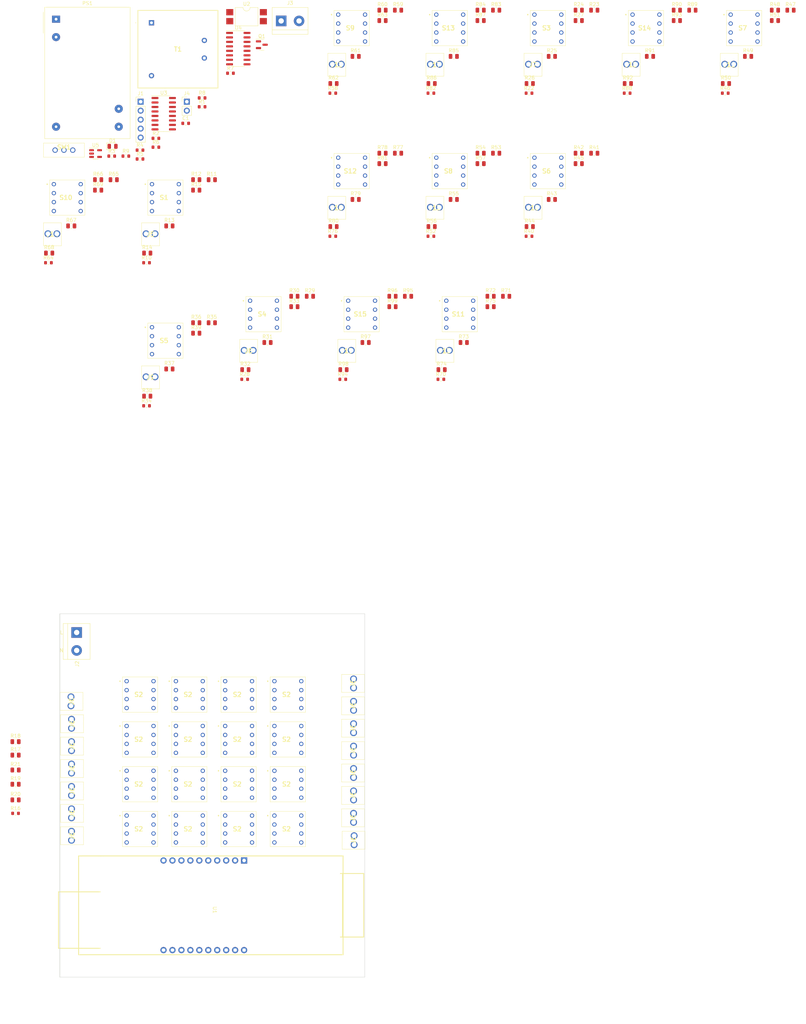
<source format=kicad_pcb>
(kicad_pcb (version 20211014) (generator pcbnew)
  (layers (0 "F.Cu" signal) (31 "B.Cu" signal) (34 "B.Paste" user) (35 "F.Paste" user) (36 "B.SilkS" user "B.Silkscreen") (37 "F.SilkS" user "F.Silkscreen") (38 "B.Mask" user) (39 "F.Mask" user) (44 "Edge.Cuts" user))
  (net 0 "")
  (net 1 "GND")
  (net 2 "+5V")
  (net 3 "+3V3")
  (net 4 "LINE")
  (net 5 "NEUT")
  (net 6 "Net-(U1-Pad11)")
  (net 7 "Net-(U1-Pad12)")
  (net 8 "Net-(U1-Pad13)")
  (net 14 "Net-(J3-Pad1)")
  (net 16 "Net-(U1-Pad16)")
  (net 19 "Net-(C1-Pad1)")
  (net 20 "Net-(D1-Pad1)")
  (net 21 "Net-(J1-Pad3)")
  (net 22 "Net-(J1-Pad4)")
  (net 23 "Net-(J1-Pad5)")
  (net 24 "Net-(J3-Pad2)")
  (net 25 "Net-(J4-Pad1)")
  (net 26 "/CT Sensor 1/ZERO")
  (net 27 "Net-(J5-Pad1)")
  (net 28 "Net-(J6-Pad1)")
  (net 29 "Net-(J7-Pad1)")
  (net 30 "Net-(J8-Pad1)")
  (net 31 "Net-(J9-Pad1)")
  (net 32 "Net-(J10-Pad1)")
  (net 33 "Net-(J11-Pad1)")
  (net 34 "Net-(J12-Pad1)")
  (net 35 "Net-(J13-Pad1)")
  (net 36 "Net-(J14-Pad1)")
  (net 37 "Net-(J15-Pad1)")
  (net 38 "Net-(J16-Pad1)")
  (net 39 "Net-(J17-Pad1)")
  (net 40 "Net-(J18-Pad1)")
  (net 41 "/CT Sensor 9/ZERO")
  (net 42 "Net-(J19-Pad1)")
  (net 44 "Net-(PS1-Pad1)")
  (net 45 "Net-(Q1-Pad1)")
  (net 46 "Net-(Q1-Pad3)")
  (net 47 "Net-(R6-Pad2)")
  (net 48 "Net-(R7-Pad1)")
  (net 49 "Net-(R7-Pad2)")
  (net 50 "/CT1")
  (net 51 "Net-(R11-Pad2)")
  (net 52 "Net-(R12-Pad2)")
  (net 53 "Net-(R13-Pad2)")
  (net 54 "Net-(R14-Pad2)")
  (net 55 "Net-(R15-Pad2)")
  (net 56 "/CT2")
  (net 57 "Net-(R17-Pad2)")
  (net 58 "Net-(R18-Pad2)")
  (net 59 "Net-(R19-Pad2)")
  (net 60 "Net-(R20-Pad2)")
  (net 61 "Net-(R21-Pad2)")
  (net 62 "/CT3")
  (net 63 "Net-(R23-Pad2)")
  (net 64 "Net-(R24-Pad2)")
  (net 65 "Net-(R25-Pad2)")
  (net 66 "Net-(R26-Pad2)")
  (net 67 "Net-(R27-Pad2)")
  (net 68 "/CT4")
  (net 69 "Net-(R29-Pad2)")
  (net 70 "Net-(R30-Pad2)")
  (net 71 "Net-(R31-Pad2)")
  (net 72 "Net-(R32-Pad2)")
  (net 73 "Net-(R33-Pad2)")
  (net 74 "/CT5")
  (net 75 "Net-(R35-Pad2)")
  (net 76 "Net-(R36-Pad2)")
  (net 77 "Net-(R37-Pad2)")
  (net 78 "Net-(R38-Pad2)")
  (net 79 "Net-(R39-Pad2)")
  (net 80 "/CT6")
  (net 81 "Net-(R41-Pad2)")
  (net 82 "Net-(R42-Pad2)")
  (net 83 "Net-(R43-Pad2)")
  (net 84 "Net-(R44-Pad2)")
  (net 85 "Net-(R45-Pad2)")
  (net 86 "/CT7")
  (net 87 "Net-(R47-Pad2)")
  (net 88 "Net-(R48-Pad2)")
  (net 89 "Net-(R49-Pad2)")
  (net 90 "Net-(R50-Pad2)")
  (net 91 "Net-(R51-Pad2)")
  (net 92 "/CT8")
  (net 93 "Net-(R53-Pad2)")
  (net 94 "Net-(R54-Pad2)")
  (net 95 "Net-(R55-Pad2)")
  (net 96 "Net-(R56-Pad2)")
  (net 97 "Net-(R57-Pad2)")
  (net 98 "/CT14")
  (net 99 "Net-(R59-Pad2)")
  (net 100 "Net-(R60-Pad2)")
  (net 101 "Net-(R61-Pad2)")
  (net 102 "Net-(R62-Pad2)")
  (net 103 "Net-(R63-Pad2)")
  (net 104 "/CT10")
  (net 105 "Net-(R65-Pad2)")
  (net 106 "Net-(R66-Pad2)")
  (net 107 "Net-(R67-Pad2)")
  (net 108 "Net-(R68-Pad2)")
  (net 109 "Net-(R69-Pad2)")
  (net 110 "/CT11")
  (net 111 "Net-(R71-Pad2)")
  (net 112 "Net-(R72-Pad2)")
  (net 113 "Net-(R73-Pad2)")
  (net 114 "Net-(R74-Pad2)")
  (net 115 "Net-(R75-Pad2)")
  (net 116 "/CT13")
  (net 117 "Net-(R77-Pad2)")
  (net 118 "Net-(R78-Pad2)")
  (net 119 "Net-(R79-Pad2)")
  (net 120 "Net-(R80-Pad2)")
  (net 121 "Net-(R81-Pad2)")
  (net 122 "/CT12")
  (net 123 "Net-(R83-Pad2)")
  (net 124 "Net-(R84-Pad2)")
  (net 125 "Net-(R85-Pad2)")
  (net 126 "Net-(R86-Pad2)")
  (net 127 "Net-(R87-Pad2)")
  (net 128 "/CT Sensor 9/SENSE")
  (net 129 "Net-(R89-Pad2)")
  (net 130 "Net-(R90-Pad2)")
  (net 131 "Net-(R91-Pad2)")
  (net 132 "Net-(R92-Pad2)")
  (net 133 "Net-(R93-Pad2)")
  (net 134 "/CT15")
  (net 135 "Net-(R95-Pad2)")
  (net 136 "Net-(R96-Pad2)")
  (net 137 "Net-(R97-Pad2)")
  (net 138 "Net-(R98-Pad2)")
  (net 139 "Net-(R99-Pad2)")
  (net 156 "Net-(U1-Pad15)")
  (net 157 "/CT9")
  (footprint "Resistor_SMD:R_0805_2012Metric" (layer "F.Cu") (at 138.255 -66.17)
    (fp_text reference "R13")
    (fp_text value "100Ω/0.5W")
  )
  (footprint "mylife-footprints:RS PRO SS-10-15SPE" (layer "F.Cu") (at 157.48 92.075)
    (fp_text reference "S2")
    (fp_text value "SS-10-15SPE" hide)
  )
  (footprint "Resistor_SMD:R_0805_2012Metric" (layer "F.Cu") (at 110.425 -66.17)
    (fp_text reference "R67")
    (fp_text value "100Ω/0.5W")
  )
  (footprint "mylife-footprints:RS PRO Terminal Small x2" (layer "F.Cu") (at 240.13 -71.455)
    (fp_text reference "J10")
    (fp_text value "Screw_Terminal_01x02" hide)
  )
  (footprint "Resistor_SMD:R_0603_1608Metric" (layer "F.Cu") (at 187.435 -22.7)
    (fp_text reference "R94")
    (fp_text value "1KΩ")
  )
  (footprint "Resistor_SMD:R_0805_2012Metric" (layer "F.Cu") (at 215.465 -25.43)
    (fp_text reference "R74")
    (fp_text value "62Ω/0.5W")
  )
  (footprint "Resistor_SMD:R_0805_2012Metric" (layer "F.Cu") (at 302.405 -114.23)
    (fp_text reference "R49")
    (fp_text value "100Ω/0.5W")
  )
  (footprint "Resistor_SMD:R_0805_2012Metric" (layer "F.Cu") (at 246.745 -73.68)
    (fp_text reference "R43")
    (fp_text value "100Ω/0.5W")
  )
  (footprint "Resistor_SMD:R_0805_2012Metric" (layer "F.Cu") (at 150.285 -38.72)
    (fp_text reference "R35")
    (fp_text value "200Ω/0.5W")
  )
  (footprint "mylife-footprints:RS PRO Terminal Small x2" (layer "F.Cu") (at 215.13 -30.905)
    (fp_text reference "J15")
    (fp_text value "Screw_Terminal_01x02" hide)
  )
  (footprint "Diode_SMD:D_0805_2012Metric" (layer "F.Cu") (at 122.135 -88.735)
    (fp_text reference "D1")
    (fp_text value "LED")
  )
  (footprint "Resistor_SMD:R_0805_2012Metric" (layer "F.Cu") (at 296.125 -106.53)
    (fp_text reference "R50")
    (fp_text value "62Ω/0.5W")
  )
  (footprint "mylife-footprints:RS PRO SS-10-15SPE" (layer "F.Cu") (at 220.21 -41.155)
    (fp_text reference "S11")
    (fp_text value "SS-10-15SPE" hide)
  )
  (footprint "Resistor_SMD:R_0805_2012Metric" (layer "F.Cu") (at 193.915 -33.13)
    (fp_text reference "R97")
    (fp_text value "100Ω/0.5W")
  )
  (footprint "Resistor_SMD:R_0805_2012Metric" (layer "F.Cu") (at 198.705 -86.78)
    (fp_text reference "R78")
    (fp_text value "120Ω/0.5W")
  )
  (footprint "Resistor_SMD:R_0805_2012Metric" (layer "F.Cu") (at 254.365 -127.33)
    (fp_text reference "R24")
    (fp_text value "120Ω/0.5W")
  )
  (footprint "Resistor_SMD:R_0805_2012Metric" (layer "F.Cu") (at 268.295 -106.53)
    (fp_text reference "R92")
    (fp_text value "62Ω/0.5W")
  )
  (footprint "mylife-footprints:RS PRO Terminal Small x2" (layer "F.Cu") (at 131.64 -63.945)
    (fp_text reference "J5")
    (fp_text value "Screw_Terminal_01x02" hide)
  )
  (footprint "mylife-footprints:RS PRO SS-10-15SPE" (layer "F.Cu") (at 108.89 -74.195)
    (fp_text reference "S10")
    (fp_text value "SS-10-15SPE" hide)
  )
  (footprint "Resistor_SMD:R_0805_2012Metric" (layer "F.Cu") (at 246.745 -114.23)
    (fp_text reference "R25")
    (fp_text value "100Ω/0.5W")
  )
  (footprint "mylife-footprints:RS PRO SS-10-15SPE" (layer "F.Cu") (at 129.54 66.675)
    (fp_text reference "S2")
    (fp_text value "SS-10-15SPE" hide)
  )
  (footprint "mylife-footprints:RS PRO Switch MFP161D" (layer "F.Cu") (at 105.84 -87.655)
    (fp_text reference "SW1")
    (fp_text value "SW_DPDT_x2" hide)
  )
  (footprint "mylife-footprints:RS PRO SS-10-15SPE" (layer "F.Cu") (at 136.72 -74.195)
    (fp_text reference "S1")
    (fp_text value "SS-10-15SPE" hide)
  )
  (footprint "mylife-footprints:RS PRO SS-10-15SPE" (layer "F.Cu") (at 300.87 -122.255)
    (fp_text reference "S7")
    (fp_text value "SS-10-15SPE" hide)
  )
  (footprint "mylife-footprints:RS PRO SS-10-15SPE" (layer "F.Cu") (at 217.38 -122.255)
    (fp_text reference "S13")
    (fp_text value "SS-10-15SPE" hide)
  )
  (footprint "mylife-footprints:RS PRO SS-10-15SPE" (layer "F.Cu") (at 129.54 92.075)
    (fp_text reference "S2")
    (fp_text value "SS-10-15SPE" hide)
  )
  (footprint "mylife-footprints:RS PRO SS-10-15SPE" (layer "F.Cu") (at 129.54 79.375)
    (fp_text reference "S2")
    (fp_text value "SS-10-15SPE" hide)
  )
  (footprint "Resistor_SMD:R_0805_2012Metric" (layer "F.Cu") (at 258.775 -127.33)
    (fp_text reference "R23")
    (fp_text value "200Ω/0.5W")
  )
  (footprint "Resistor_SMD:R_0805_2012Metric" (layer "F.Cu") (at 286.605 -127.33)
    (fp_text reference "R89")
    (fp_text value "200Ω/0.5W")
  )
  (footprint "Resistor_SMD:R_0805_2012Metric" (layer "F.Cu") (at 159.805 -25.43)
    (fp_text reference "R32")
    (fp_text value "62Ω/0.5W")
  )
  (footprint "Resistor_SMD:R_0603_1608Metric" (layer "F.Cu") (at 125.905 -85.96)
    (fp_text reference "R9")
    (fp_text value "12KΩ")
  )
  (footprint "Resistor_SMD:R_0603_1608Metric" (layer "F.Cu") (at 121.895 -85.96)
    (fp_text reference "R3")
    (fp_text value "3.3KΩ")
  )
  (footprint "Resistor_SMD:R_0603_1608Metric" (layer "F.Cu") (at 240.265 -103.8)
    (fp_text reference "R22")
    (fp_text value "1KΩ")
  )
  (footprint "Resistor_SMD:R_0805_2012Metric" (layer "F.Cu") (at 145.875 -38.72)
    (fp_text reference "R36")
    (fp_text value "120Ω/0.5W")
  )
  (footprint "mylife-footprints:RS PRO Terminal Small x2" (layer "F.Cu") (at 110.34 69.85 90)
    (fp_text reference "J6")
    (fp_text value "Screw_Terminal_01x02" hide)
  )
  (footprint "TerminalBlock:TerminalBlock_bornier-2_P5.08mm" (layer "F.Cu") (at 111.95 49.07 -90)
    (fp_text reference "J2")
    (fp_text value "Screw_Terminal_01x02")
  )
  (footprint "Resistor_SMD:R_0805_2012Metric" (layer "F.Cu") (at 191.085 -114.23)
    (fp_text reference "R61")
    (fp_text value "100Ω/0.5W")
  )
  (footprint "mylife-footprints:RS PRO SS-10-15SPE" (layer "F.Cu") (at 171.45 66.675)
    (fp_text reference "S2")
    (fp_text value "SS-10-15SPE" hide)
  )
  (footprint "Resistor_SMD:R_0805_2012Metric" (layer "F.Cu") (at 314.435 -127.33)
    (fp_text reference "R47")
    (fp_text value "200Ω/0.5W")
  )
  (footprint "mylife-footprints:RS PRO Terminal Small x2" (layer "F.Cu") (at 159.47 -30.905)
    (fp_text reference "J8")
    (fp_text value "Screw_Terminal_01x02" hide)
  )
  (footprint "mylife-footprints:RS PRO SS-10-15SPE" (layer "F.Cu") (at 245.21 -122.255)
    (fp_text reference "S3")
    (fp_text value "SS-10-15SPE" hide)
  )
  (footprint "Resistor_SMD:R_0805_2012Metric" (layer "F.Cu") (at 184.805 -65.98)
    (fp_text reference "R80")
    (fp_text value "62Ω/0.5W")
  )
  (footprint "mylife-footprints:RS PRO Terminal Small x2" (layer "F.Cu") (at 184.47 -112.005)
    (fp_text reference "J13")
    (fp_text value "Screw_Terminal_01x02" hide)
  )
  (footprint "Resistor_SMD:R_0805_2012Metric" (layer "F.Cu") (at 94.615 83.82)
    (fp_text reference "R17")
    (fp_text value "200Ω/0.5W")
  )
  (footprint "Resistor_SMD:R_0805_2012Metric" (layer "F.Cu") (at 145.875 -76.32)
    (fp_text reference "R15")
    (fp_text value "33Ω/0.5W")
  )
  (footprint "Resistor_SMD:R_0805_2012Metric" (layer "F.Cu") (at 131.975 -17.92)
    (fp_text reference "R38")
    (fp_text value "62Ω/0.5W")
  )
  (footprint "Connector_PinHeader_2.54mm:PinHeader_1x02_P2.54mm_Vertical" (layer "F.Cu") (at 143.195 -101.38)
    (fp_text reference "J4")
    (fp_text value "Conn_01x02_Male")
  )
  (footprint "mylife-footprints:RS PRO SS-10-15SPE" (layer "F.Cu") (at 143.51 79.375)
    (fp_text reference "S2")
    (fp_text value "SS-10-15SPE" hide)
  )
  (footprint "Resistor_SMD:R_0805_2012Metric" (layer "F.Cu") (at 282.195 -124.38)
    (fp_text reference "R93")
    (fp_text value "33Ω/0.5W")
  )
  (footprint "Resistor_SMD:R_0805_2012Metric" (layer "F.Cu") (at 282.195 -127.33)
    (fp_text reference "R90")
    (fp_text value "120Ω/0.5W")
  )
  (footprint "Resistor_SMD:R_0805_2012Metric" (layer "F.Cu") (at 131.975 -58.47)
    (fp_text reference "R14")
    (fp_text value "62Ω/0.5W")
  )
  (footprint "mylife-footprints:RS PRO Terminal Small x2" (layer "F.Cu") (at 295.79 -112.005)
    (fp_text reference "J11")
    (fp_text value "Screw_Terminal_01x02" hide)
  )
  (footprint "mylife-footprints:RS PRO Terminal Small x2" (layer "F.Cu") (at 190.5 62.23 -90)
    (fp_text reference "J6")
    (fp_text value "Screw_Terminal_01x02" hide)
  )
  (footprint "Resistor_SMD:R_0805_2012Metric" (layer "F.Cu") (at 118.045 -79.27)
    (fp_text reference "R66")
    (fp_text value "120Ω/0.5W")
  )
  (footprint "mylife-footprints:RS PRO SS-10-15SPE" (layer "F.Cu") (at 164.55 -41.155)
    (fp_text reference "S4")
    (fp_text value "SS-10-15SPE" hide)
  )
  (footprint "Resistor_SMD:R_0603_1608Metric" (layer "F.Cu") (at 147.525 -102.45)
    (fp_text reference "R8")
    (fp_text value "100KΩ")
  )
  (footprint "mylife-footprints:RS PRO Terminal Small x2" (layer "F.Cu") (at 240.13 -112.005)
    (fp_text reference "J7")
    (fp_text value "Screw_Terminal_01x02" hide)
  )
  (footprint "Resistor_SMD:R_0603_1608Metric" (layer "F.Cu") (at 215.265 -22.7)
    (fp_text reference "R70")
    (fp_text value "1KΩ")
  )
  (footprint "Connector_PinHeader_2.54mm:PinHeader_1x05_P2.54mm_Vertical" (layer "F.Cu") (at 130.095 -101.38)
    (fp_text reference "J1")
    (fp_text value "Conn_01x05_Male")
  )
  (footprint "Resistor_SMD:R_0805_2012Metric" (layer "F.Cu") (at 94.615 96.52)
    (fp_text reference "R20")
    (fp_text value "62Ω/0.5W")
  )
  (footprint "Resistor_SMD:R_0805_2012Metric" (layer "F.Cu") (at 226.535 -83.83)
    (fp_text reference "R57")
    (fp_text value "33Ω/0.5W")
  )
  (footprint "mylife-footprints:RS PRO Terminal Small x2" (layer "F.Cu") (at 131.64 -23.395)
    (fp_text reference "J9")
    (fp_text value "Screw_Terminal_01x02" hide)
  )
  (footprint "Resistor_SMD:R_0603_1608Metric" (layer "F.Cu") (at 268.095 -103.8)
    (fp_text reference "R88")
    (fp_text value "1KΩ")
  )
  (footprint "mylife-footprints:RS PRO SS-10-15SPE" (layer "F.Cu") (at 143.51 92.075)
    (fp_text reference "S2")
    (fp_text value "SS-10-15SPE" hide)
  )
  (footprint "Resistor_SMD:R_0805_2012Metric" (layer "F.Cu") (at 203.115 -127.33)
    (fp_text reference "R59")
    (fp_text value "200Ω/0.5W")
  )
  (footprint "Resistor_SMD:R_0805_2012Metric" (layer "F.Cu") (at 221.745 -33.13)
    (fp_text reference "R73")
    (fp_text value "100Ω/0.5W")
  )
  (footprint "mylife-footprints:RS PRO SS-10-15SPE" (layer "F.Cu") (at 143.51 104.775)
    (fp_text reference "S2")
    (fp_text value "SS-10-15SPE" hide)
  )
  (footprint "mylife-footprints:RS PRO SS-10-15SPE" (layer "F.Cu") (at 245.21 -81.705)
    (fp_text reference "S6")
    (fp_text value "SS-10-15SPE" hide)
  )
  (footprint "Resistor_SMD:R_0805_2012Metric" (layer "F.Cu") (at 138.255 -25.62)
    (fp_text reference "R37")
    (fp_text value "100Ω/0.5W")
  )
  (footprint "Resistor_SMD:R_0603_1608Metric" (layer "F.Cu") (at 212.435 -63.25)
    (fp_text reference "R52")
    (fp_text value "1KΩ")
  )
  (footprint "Resistor_SMD:R_0603_1608Metric" (layer "F.Cu") (at 155.575 -109.45)
    (fp_text reference "R7")
    (fp_text value "1KΩ")
  )
  (footprint "Package_TO_SOT_SMD:SOT-23" (layer "F.Cu") (at 164.465 -117.53)
    (fp_text reference "Q1")
    (fp_text value "BSS138")
  )
  (footprint "mylife-footprints:RS PRO SS-10-15SPE" (layer "F.Cu") (at 189.55 -122.255)
    (fp_text reference "S9")
    (fp_text value "SS-10-15SPE" hide)
  )
  (footprint "mylife-footprints:RS PRO SS-10-15SPE" (layer "F.Cu") (at 189.55 -81.705)
    (fp_text reference "S12")
    (fp_text value "SS-10-15SPE" hide)
  )
  (footprint "Resistor_SMD:R_0603_1608Metric" (layer "F.Cu") (at 134.425 -88.49)
    (fp_text reference "R6")
    (fp_text value "220Ω")
  )
  (footprint "Resistor_SMD:R_0805_2012Metric" (layer "F.Cu") (at 184.805 -106.53)
    (fp_text reference "R62")
    (fp_text value "62Ω/0.5W")
  )
  (footprint "mylife-footprints:RS PRO SS-10-15SPE" (layer "F.Cu") (at 192.38 -41.155)
    (fp_text reference "S15")
    (fp_text value "SS-10-15SPE" hide)
  )
  (footprint "Resistor_SMD:R_0805_2012Metric" (layer "F.Cu") (at 205.945 -46.23)
    (fp_text reference "R95")
    (fp_text value "200Ω/0.5W")
  )
  (footprint "Resistor_SMD:R_0805_2012Metric" (layer "F.Cu") (at 150.285 -79.27)
    (fp_text reference "R11")
    (fp_text value "200Ω/0.5W")
  )
  (footprint "Resistor_SMD:R_0805_2012Metric" (layer "F.Cu") (at 310.025 -127.33)
    (fp_text reference "R48")
    (fp_text value "120Ω/0.5W")
  )
  (footprint "Resistor_SMD:R_0805_2012Metric" (layer "F.Cu") (at 94.615 80.01)
    (fp_text reference "R18")
    (fp_text value "120Ω/0.5W")
  )
  (footprint "Resistor_SMD:R_0805_2012Metric" (layer "F.Cu") (at 274.575 -114.23)
    (fp_text reference "R91")
    (fp_text value "100Ω/0.5W")
  )
  (footprint "Resistor_SMD:R_0805_2012Metric" (layer "F.Cu") (at 254.365 -83.83)
    (fp_text reference "R45")
    (fp_text value "33Ω/0.5W")
  )
  (footprint "mylife-footprints:RS PRO SS-10-15SPE" (layer "F.Cu") (at 171.45 92.075)
    (fp_text reference "S2")
    (fp_text value "SS-10-15SPE" hide)
  )
  (footprint "Resistor_SMD:R_0805_2012Metric" (layer "F.Cu") (at 254.365 -86.78)
    (fp_text reference "R42")
    (fp_text value "120Ω/0.5W")
  )
  (footprint "Package_SO:SOIC-16_3.9x9.9mm_P1.27mm" (layer "F.Cu") (at 136.645 -97.98)
    (fp_text reference "U3")
    (fp_text value "MCP3208")
  )
  (footprint "mylife-footprints:RS PRO Terminal Small x2" (layer "F.Cu") (at 190.5 87.63 -90)
    (fp_text reference "J6")
    (fp_text value "Screw_Terminal_01x02" hide)
  )
  (footprint "Resistor_SMD:R_0805_2012Metric" (layer "F.Cu") (at 218.915 -114.23)
    (fp_text reference "R85")
    (fp_text value "100Ω/0.5W")
  )
  (footprint "Resistor_SMD:R_0603_1608Metric" (layer "F.Cu") (at 94.615 100.33)
    (fp_text reference "R16")
    (fp_text value "1KΩ")
  )
  (footprint "mylife-footprints:RS PRO Terminal Small x2" (layer "F.Cu") (at 212.3 -71.455)
    (fp_text reference "J12")
    (fp_text value "Screw_Terminal_01x02" hide)
  )
  (footprint "Resistor_SMD:R_0805_2012Metric" (layer "F.Cu") (at 203.115 -86.78)
    (fp_text reference "R77")
    (fp_text value "200Ω/0.5W")
  )
  (footprint "Resistor_SMD:R_0805_2012Metric" (layer "F.Cu") (at 145.875 -79.27)
    (fp_text reference "R12")
    (fp_text value "120Ω/0.5W")
  )
  (footprint "Converter_ACDC:Converter_ACDC_MeanWell_IRM-03-xx_THT" (layer "F.Cu") (at 106.11 -124.77)
    (fp_text reference "PS1")
    (fp_text value "Alim RS PRO 5V 1A")
  )
  (footprint "Resistor_SMD:R_0603_1608Metric" (layer "F.Cu") (at 240.265 -63.25)
    (fp_text reference "R40")
    (fp_text value "1KΩ")
  )
  (footprint "Package_SO:SOIC-16_3.9x9.9mm_P1.27mm" (layer "F.Cu") (at 157.795 -116.43)
    (fp_text reference "U4")
    (fp_text value "MCP3208")
  )
  (footprint "Resistor_SMD:R_0805_2012Metric" (layer "F.Cu") (at 218.915 -73.68)
    (fp_text reference "R55")
    (fp_text value "100Ω/0.5W")
  )
  (footprint "Resistor_SMD:R_0603_1608Metric" (layer "F.Cu") (at 131.775 -55.74)
    (fp_text reference "R10")
    (fp_text value "1KΩ")
  )
  (footprint "mylife-footprints:RS PRO Terminal Small x2" (layer "F.Cu") (at 110.49 76.2 90)
    (fp_text reference "J6")
    (fp_text value "Screw_Terminal_01x02" hide)
  )
  (footprint "Resistor_SMD:R_0805_2012Metric" (layer "F.Cu") (at 166.085 -33.13)
    (fp_text reference "R31")
    (fp_text value "100Ω/0.5W")
  )
  (footprint "Resistor_SMD:R_0805_2012Metric" (layer "F.Cu") (at 198.705 -124.38)
    (fp_text reference "R63")
    (fp_text value "33Ω/0.5W")
  )
  (footprint "Resistor_SMD:R_0603_1608Metric" (layer "F.Cu") (at 184.605 -103.8)
    (fp_text reference "R58")
    (fp_text value "1KΩ")
  )
  (footprint "mylife-footprints:RS PRO Terminal Small x2" (layer "F.Cu") (at 190.5 93.98 -90)
    (fp_text reference "J6")
    (fp_text value "Screw_Terminal_01x02" hide)
  )
  (footprint "mylife-footprints:RS PRO SS-10-15SPE" (layer "F.Cu") (at 273.04 -122.255)
    (fp_text reference "S14")
    (fp_text value "SS-10-15SPE" hide)
  )
  (footprint "Resistor_SMD:R_0805_2012Metric" (layer "F.Cu") (at 201.535 -43.28)
    (fp_text reference "R99")
    (fp_text value "33Ω/0.5W")
  )
  (footprint "Resistor_SMD:R_0805_2012Metric" (layer "F.Cu") (at 226.535 -127.33)
    (fp_text reference "R84")
    (fp_text value "120Ω/0.5W")
  )
  (footprint "Resistor_SMD:R_0805_2012Metric" (layer "F.Cu") (at 201.535 -46.23)
    (fp_text reference "R96")
    (fp_text value "120Ω/0.5W")
  )
  (footprint "Resistor_SMD:R_0805_2012Metric" (layer "F.Cu") (at 229.365 -43.28)
    (fp_text reference "R75")
    (fp_text value "33Ω/0.5W")
  )
  (footprint "mylife-footprints:RS PRO SS-10-15SPE" (layer "F.Cu") (at 143.51 66.675)
    (fp_text reference "S2")
    (fp_text value "SS-10-15SPE" hide)
  )
  (footprint "mylife-footprints:RS PRO Terminal Small x2" (layer "F.Cu") (at 110.49 95.25 90)
    (fp_text reference "J6")
    (fp_text value "Screw_Terminal_01x02" hide)
  )
  (footprint "mylife-footprints:RS PRO Terminal Small x2" (layer "F.Cu") (at 110.49 88.9 90)
    (fp_text reference "J6")
    (fp_text value "Screw_Terminal_01x02" hide)
  )
  (footprint "mylife-footprints:RS PRO Terminal Small x2" (layer "F.Cu") (at 190.5 81.28 -90)
    (fp_text reference "J6")
    (fp_text value "Screw_Terminal_01x02" hide)
  )
  (footprint "mylife-footprints:RS PRO SS-10-15SPE" (layer "F.Cu") (at 171.45 79.375)
    (fp_text reference "S2")
    (fp_text value "SS-10-15SPE" hide)
  )
  (footprint "Resistor_SMD:R_0805_2012Metric" (layer "F.Cu") (at 173.705 -43.28)
    (fp_text reference "R33")
    (fp_text value "33Ω/0.5W")
  )
  (footprint "mylife-footprints:RS PRO Terminal Small x2" (layer "F.Cu") (at 110.49 101.6 90)
    (fp_text reference "J6")
    (fp_text value "Screw_Terminal_01x02" hide)
  )
  (footprint "Resistor_SMD:R_0805_2012Metric" (layer "F.Cu") (at 94.615 88.045)
    (fp_text reference "R21")
    (fp_text value "33Ω/0.5W")
  )
  (footprint "Resistor_SMD:R_0805_2012Metric" (layer "F.Cu") (at 187.635 -25.43)
    (fp_text reference "R98")
    (fp_text value "62Ω/0.5W")
  )
  (footprint "mylife-footprints:RS PRO SS-10-15SPE" (layer "F.Cu") (at 157.48 79.375)
    (fp_text reference "S2")
    (fp_text value "SS-10-15SPE" hide)
  )
  (footprint "mylife-footprints:RS PRO Terminal Small x2" (layer "F.Cu") (at 212.3 -112.005)
    (fp_text reference "J17")
    (fp_text value "Screw_Terminal_01x02" hide)
  )
  (footprint "Resistor_SMD:R_0805_2012Metric" (layer "F.Cu") (at 258.775 -86.78)
    (fp_text reference "R41")
    (fp_text value "200Ω/0.5W")
  )
  (footprint "TerminalBlock:TerminalBlock_bornier-2_P5.08mm" (layer "F.Cu") (at 169.955 -124.28)
    (fp_text reference "J3")
    (fp_text value "Screw_Terminal_01x02")
  )
  (footprint "Resistor_SMD:R_0603_1608Metric" (layer "F.Cu") (at 159.605 -22.7)
    (fp_text reference "R28")
    (fp_text value "1KΩ")
  )
  (footprint "Resistor_SMD:R_0805_2012Metric" (layer "F.Cu") (at 104.145 -58.47)
    (fp_text reference "R68")
    (fp_text value "62Ω/0.5W")
  )
  (footprint "Resistor_SMD:R_0603_1608Metric" (layer "F.Cu") (at 131.775 -15.19)
    (fp_text reference "R34")
    (fp_text value "1KΩ")
  )
  (footprint "Resistor_SMD:R_0603_1608Metric" (layer "F.Cu") (at 147.525 -99.94)
    (fp_text reference "R1")
    (fp_text value "1KΩ")
  )
  (footprint "mylife-footprints:RS PRO SS-10-15SPE" (layer "F.Cu") (at 217.38 -81.705)
    (fp_text reference "S8")
    (fp_text value "SS-10-15SPE" hide)
  )
  (footprint "Resistor_SMD:R_0805_2012Metric" (layer "F.Cu") (at 178.115 -46.23)
    (fp_text reference "R29")
    (fp_text value "200Ω/0.5W")
  )
  (footprint "mylife-footprints:RS PRO Terminal Small x2" (layer "F.Cu") (at 110.49 107.95 90)
    (fp_text reference "J6")
    (fp_text value "Screw_Terminal_01x02" hide)
  )
  (footprint "mylife-footprints:RS PRO Terminal Small x2" (layer "F.Cu") (at 267.96 -112.005)
    (fp_text reference "J18")
    (fp_text value "Screw_Terminal_01x02" hide)
  )
  (footprint "mylife-footprints:ESP32-POE" (layer "F.Cu") (at 149.415 126.43 -90)
    (fp_text reference "U1")
    (fp_text value "ESP32-POE")
  )
  (footprint "Resistor_SMD:R_0805_2012Metric" (layer "F.Cu") (at 198.705 -127.33)
    (fp_text reference "R60")
    (fp_text value "120Ω/0.5W")
  )
  (footprint "mylife-footprints:RS PRO Terminal Small x2" (layer "F.Cu") (at 110.49 82.55 90)
    (fp_text reference "J6")
    (fp_text value "Screw_Terminal_01x02" hide)
  )
  (footprint "Resistor_SMD:R_0603_1608Metric" (layer "F.Cu") (at 295.925 -103.8)
    (fp_text reference "R46")
    (fp_text value "1KΩ")
  )
  (footprint "Resistor_SMD:R_0805_2012Metric" (layer "F.Cu") (at 198.705 -83.83)
    (fp_text reference "R81")
    (fp_text value "33Ω/0.5W")
  )
  (footprint "Resistor_SMD:R_0603_1608Metric" (layer "F.Cu") (at 142.875 -95.25)
    (fp_text reference "C1")
    (fp_text value "1uF/6V")
  )
  (footprint "Resistor_SMD:R_0805_2012Metric" (layer "F.Cu") (at 310.025 -124.38)
    (fp_text reference "R51")
    (fp_text value "33Ω/0.5W")
  )
  (footprint "mylife-footprints:RS PRO SS-10-15SPE" (layer "F.Cu") (at 129.54 104.775)
    (fp_text reference "S2")
    (fp_text value "SS-10-15SPE" hide)
  )
  (footprint "Resistor_SMD:R_0805_2012Metric" (layer "F.Cu") (at 230.945 -127.33)
    (fp_text reference "R83")
    (fp_text value "200Ω/0.5W")
  )
  (footprint "Resistor_SMD:R_0805_2012Metric" (layer "F.Cu") (at 240.465 -106.53)
    (fp_text reference "R26")
    (fp_text value "62Ω/0.5W")
  )
  (footprint "Package_DIP:SMDIP-4_W9.53mm" (layer "F.Cu") (at 160.145 -125.48)
    (fp_text reference "U2")
    (fp_text value "LTV-814")
  )
  (footprint "mylife-footprints:RS PRO Terminal Small x2" (layer "F.Cu") (at 190.65 106.68 -90)
    (fp_text reference "J6")
    (fp_text value "Screw_Terminal_01x02" hide)
  )
  (footprint "Resistor_SMD:R_0603_1608Metric" (layer "F.Cu") (at 129.915 -85.14)
    (fp_text reference "R5")
    (fp_text value "12KΩ")
  )
  (footprint "Resistor_SMD:R_0805_2012Metric" (layer "F.Cu") (at 254.365 -124.38)
    (fp_text reference "R27")
    (fp_text value "33Ω/0.5W")
  )
  (footprint "Resistor_SMD:R_0805_2012Metric" (layer "F.Cu") (at 212.635 -106.53)
    (fp_text reference "R86")
    (fp_text value "62Ω/0.5W")
  )
  (footprint "Resistor_SMD:R_0603_1608Metric" (layer "F.Cu") (at 134.425 -91)
    (fp_text reference "R2")
    (fp_text value "10KΩ")
  )
  (footprint "mylife-footprints:RS PRO SS-10-15SPE" (layer "F.Cu") (at 171.45 104.775)
    (fp_text reference "S2")
    (fp_text value "SS-10-15SPE" hide)
  )
  (footprint "mylife-footprints:RS PRO Terminal Small x2" (layer "F.Cu") (at 190.5 100.33 -90)
    (fp_text reference "J6")
    (fp_text value "Screw_Terminal_01x02" hide)
  )
  (footprint "Resistor_SMD:R_0805_2012Metric" (layer "F.Cu") (at 230.945 -86.78)
    (fp_text reference "R53")
    (fp_text value "200Ω/0.5W")
  )
  (footprint "Resistor_SMD:R_0805_2012Metric" (layer "F.Cu") (at 122.455 -79.27)
    (fp_text reference "R65")
    (fp_text value "200Ω/0.5W")
  )
  (footprint "mylife-footprints:RS PRO Terminal Small x2" (layer "F.Cu") (at 184.47 -71.455)
    (fp_text reference "J16")
    (fp_text value "Screw_Terminal_01x02" hide)
  )
  (footprint "Resistor_SMD:R_0805_2012Metric" (layer "F.Cu") (at 118.045 -76.32)
    (fp_text reference "R69")
    (fp_text value "33Ω/0.5W")
  )
  (footprint "mylife-footprints:RS PRO SS-10-15SPE" (layer "F.Cu") (at 157.48 66.675)
    (fp_text reference "S2")
    (fp_text value "SS-10-15SPE" hide)
  )
  (footprint "Resistor_SMD:R_0603_1608Metric" (layer "F.Cu") (at 184.605 -63.25)
    (fp_text reference "R76")
    (fp_text value "1KΩ")
  )
  (footprint "Resistor_SMD:R_0805_2012Metric" (layer "F.Cu") (at 191.085 -73.68)
    (fp_text reference "R79")
    (fp_text value "100Ω/0.5W")
  )
  (footprint "mylife-footprints:RS PRO Terminal Small x2" (layer "F.Cu") (at 190.5 68.58 -90)
    (fp_text reference "J6")
    (fp_text value "Screw_Terminal_01x02" hide)
  )
  (footprint "mylife-footprints:RS PRO Terminal Small x2" (layer "F.Cu") (at 103.81 -63.945)
    (fp_text reference "J14")
    (fp_text value "Screw_Terminal_01x02" hide)
  )
  (footprint "Resistor_SMD:R_0805_2012Metric" (layer "F.Cu") (at 212.635 -65.98)
    (fp_text reference "R56")
    (fp_text value "62Ω/0.5W")
  )
  (footprint "Package_TO_SOT_SMD:SOT-23-5" (layer "F.Cu") (at 117.315 -86.68)
    (fp_text reference "U5")
    (fp_text value "LMV321")
  )
  (footprint "mylife-footprints:RS PRO SS-10-15SPE" (layer "F.Cu") (at 157.48 104.775)
    (fp_text reference "S2")
    (fp_text value "SS-10-15SPE" hide)
  )
  (footprint "Resistor_SMD:R_0805_2012Metric" (layer "F.Cu") (at 94.615 92.075)
    (fp_text reference "R19")
    (fp_text value "100Ω/0.5W")
  )
  (footprint "Resistor_SMD:R_0805_2012Metric" (layer "F.Cu") (at 145.875 -35.77)
    (fp_text reference "R39")
    (fp_text value "33Ω/0.5W")
  )
  (footprint "Resistor_SMD:R_0805_2012Metric" (layer "F.Cu") (at 240.465 -65.98)
    (fp_text reference "R44")
    (fp_text value "62Ω/0.5W")
  )
  (footprint "Resistor_SMD:R_0805_2012Metric" (layer "F.Cu") (at 233.775 -46.23)
    (fp_text reference "R71")
    (fp_text value "200Ω/0.5W")
  )
  (footprint "Resistor_SMD:R_0805_2012Metric" (layer "F.Cu") (at 229.365 -46.23)
    (fp_text reference "R72")
    (fp_text value "120Ω/0.5W")
  )
  (footprint "mylife-footprints:RS PRO SS-10-15SPE" (layer "F.Cu") (at 136.72 -33.645)
    (fp_text reference "S5")
    (fp_text value "SS-10-15SPE" hide)
  )
  (footprint "Resistor_SMD:R_0603_1608Metric" (layer "F.Cu") (at 212.435 -103.8)
    (fp_text reference "R82")
    (fp_text value "1KΩ")
  )
  (footprint "Resistor_SMD:R_0603_1608Metric" (layer "F.Cu") (at 103.945 -55.74)
    (fp_text reference "R64")
    (fp_text value "1KΩ")
  )
  (footprint "mylife-footprints:RS PRO Transfo 6V 0.35VA" (layer "F.Cu") (at 133.17 -123.755)
    (fp_text reference "T1")
    (fp_text value "230V - 6V" hide)
  )
  (footprint "mylife-footprints:RS PRO Terminal Small x2" (layer "F.Cu") (at 190.5 74.93 -90)
    (fp_text reference "J6")
    (fp_text value "Screw_Terminal_01x02" hide)
  )
  (footprint "Resistor_SMD:R_0805_2012Metric" (layer "F.Cu") (at 226.535 -124.38)
    (fp_text reference "R87")
    (fp_text value "33Ω/0.5W")
  )
  (footprint "Resistor_SMD:R_0805_2012Metric" (layer "F.Cu") (at 226.535 -86.78)
    (fp_text reference "R54")
    (fp_text value "120Ω/0.5W")
  )
  (footprint "Resistor_SMD:R_0805_2012Metric" (layer "F.Cu") (at 173.705 -46.23)
    (fp_text reference "R30")
    (fp_text value "120Ω/0.5W")
  )
  (footprint "Resistor_SMD:R_0603_1608Metric" (layer "F.Cu") (at 129.915 -87.65)
    (fp_text reference "R4")
    (fp_text value "12KΩ")
  )
  (footprint "mylife-footprints:RS PRO Terminal Small x2" (layer "F.Cu") (at 187.3 -30.905)
    (fp_text reference "J19")
    (fp_text value "Screw_Terminal_01x02" hide)
  )
  (gr_line locked (start 107.175 43.75) (end 193.675 43.75) (layer "Edge.Cuts") (width 0.1))
  (gr_line locked (start 193.675 146.75) (end 193.675 43.75) (layer "Edge.Cuts") (width 0.1))
  (gr_line locked (start 107.175 146.75) (end 107.175 43.75) (layer "Edge.Cuts") (width 0.1))
  (gr_line (start 107.175 146.75) (end 107.175 43.75) (layer "Edge.Cuts") (width 0.1))
  (gr_line locked (start 107.175 146.75) (end 193.675 146.75) (layer "Edge.Cuts") (width 0.1))
  (gr_text "N" (at 107.64 54.15) (layer "F.SilkS") (effects (font (size 1 1))))
  (gr_text "L" (at 107.64 49.07) (layer "F.SilkS") (effects (font (size 1 1))))
)
</source>
